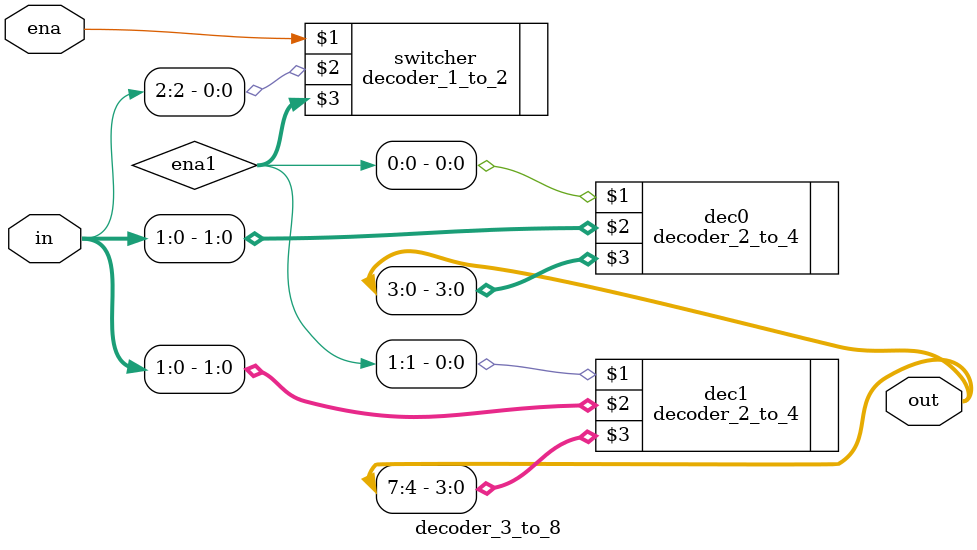
<source format=sv>
module decoder_3_to_8(ena, in, out);

  input wire ena;
  input wire [2:0] in;
  output logic [7:0] out;

  logic [3:0] ena1;
  decoder_1_to_2 switcher(ena,in[2],ena1);
  decoder_2_to_4 dec1(ena1[1],in[1:0],out[7:4]);
  decoder_2_to_4 dec0(ena1[0],in[1:0],out[3:0]);

endmodule
</source>
